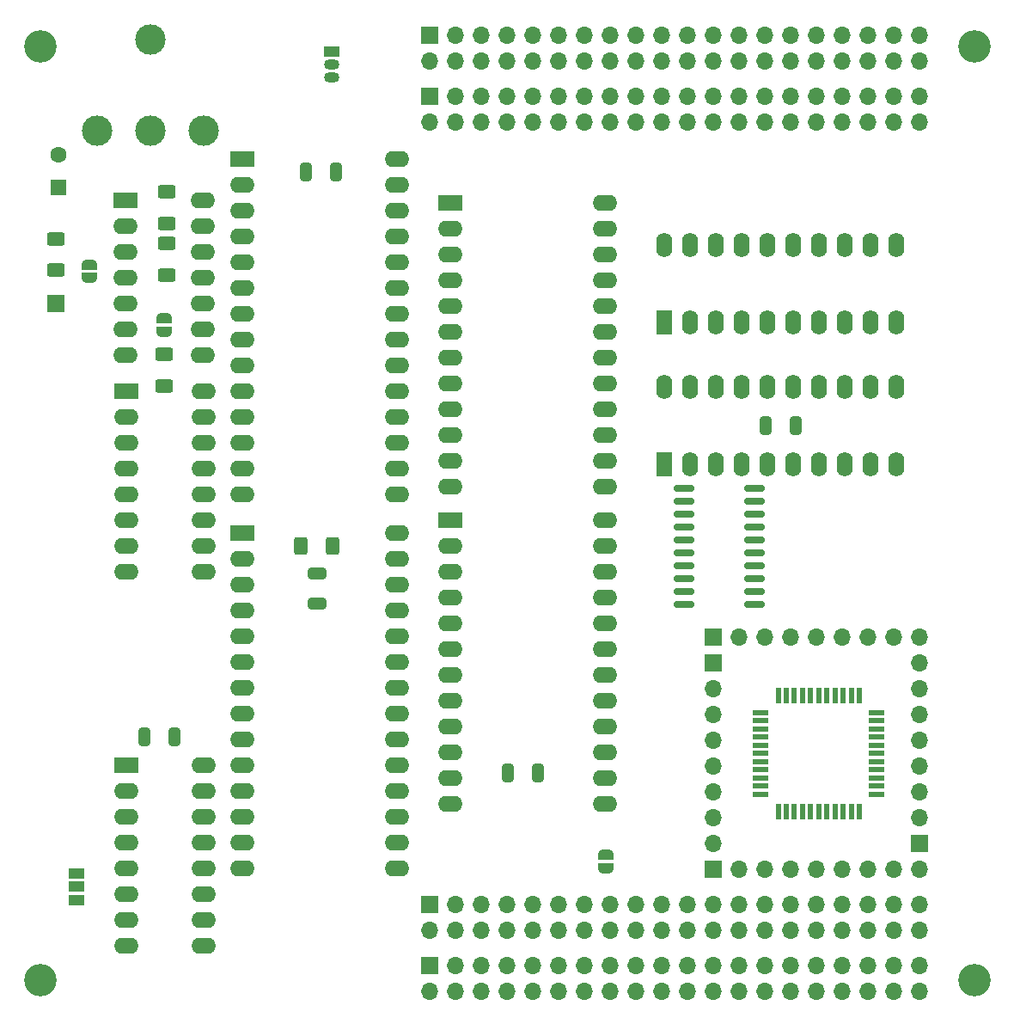
<source format=gbr>
%TF.GenerationSoftware,KiCad,Pcbnew,7.0.5-7.0.5~ubuntu20.04.1*%
%TF.CreationDate,2023-07-18T19:18:07+02:00*%
%TF.ProjectId,UC2_synertek_KTM2,5543325f-7379-46e6-9572-74656b5f4b54,rev?*%
%TF.SameCoordinates,Original*%
%TF.FileFunction,Soldermask,Top*%
%TF.FilePolarity,Negative*%
%FSLAX46Y46*%
G04 Gerber Fmt 4.6, Leading zero omitted, Abs format (unit mm)*
G04 Created by KiCad (PCBNEW 7.0.5-7.0.5~ubuntu20.04.1) date 2023-07-18 19:18:07*
%MOMM*%
%LPD*%
G01*
G04 APERTURE LIST*
G04 Aperture macros list*
%AMRoundRect*
0 Rectangle with rounded corners*
0 $1 Rounding radius*
0 $2 $3 $4 $5 $6 $7 $8 $9 X,Y pos of 4 corners*
0 Add a 4 corners polygon primitive as box body*
4,1,4,$2,$3,$4,$5,$6,$7,$8,$9,$2,$3,0*
0 Add four circle primitives for the rounded corners*
1,1,$1+$1,$2,$3*
1,1,$1+$1,$4,$5*
1,1,$1+$1,$6,$7*
1,1,$1+$1,$8,$9*
0 Add four rect primitives between the rounded corners*
20,1,$1+$1,$2,$3,$4,$5,0*
20,1,$1+$1,$4,$5,$6,$7,0*
20,1,$1+$1,$6,$7,$8,$9,0*
20,1,$1+$1,$8,$9,$2,$3,0*%
%AMFreePoly0*
4,1,19,0.500000,-0.750000,0.000000,-0.750000,0.000000,-0.744911,-0.071157,-0.744911,-0.207708,-0.704816,-0.327430,-0.627875,-0.420627,-0.520320,-0.479746,-0.390866,-0.500000,-0.250000,-0.500000,0.250000,-0.479746,0.390866,-0.420627,0.520320,-0.327430,0.627875,-0.207708,0.704816,-0.071157,0.744911,0.000000,0.744911,0.000000,0.750000,0.500000,0.750000,0.500000,-0.750000,0.500000,-0.750000,
$1*%
%AMFreePoly1*
4,1,19,0.000000,0.744911,0.071157,0.744911,0.207708,0.704816,0.327430,0.627875,0.420627,0.520320,0.479746,0.390866,0.500000,0.250000,0.500000,-0.250000,0.479746,-0.390866,0.420627,-0.520320,0.327430,-0.627875,0.207708,-0.704816,0.071157,-0.744911,0.000000,-0.744911,0.000000,-0.750000,-0.500000,-0.750000,-0.500000,0.750000,0.000000,0.750000,0.000000,0.744911,0.000000,0.744911,
$1*%
G04 Aperture macros list end*
%ADD10R,1.700000X1.700000*%
%ADD11O,1.700000X1.700000*%
%ADD12FreePoly0,270.000000*%
%ADD13FreePoly1,270.000000*%
%ADD14RoundRect,0.150000X-0.837500X-0.150000X0.837500X-0.150000X0.837500X0.150000X-0.837500X0.150000X0*%
%ADD15RoundRect,0.250000X-0.650000X0.325000X-0.650000X-0.325000X0.650000X-0.325000X0.650000X0.325000X0*%
%ADD16R,1.500000X1.050000*%
%ADD17O,1.500000X1.050000*%
%ADD18R,1.600000X1.600000*%
%ADD19C,1.600000*%
%ADD20RoundRect,0.250000X0.400000X0.625000X-0.400000X0.625000X-0.400000X-0.625000X0.400000X-0.625000X0*%
%ADD21RoundRect,0.250000X-0.625000X0.400000X-0.625000X-0.400000X0.625000X-0.400000X0.625000X0.400000X0*%
%ADD22RoundRect,0.250000X-0.325000X-0.650000X0.325000X-0.650000X0.325000X0.650000X-0.325000X0.650000X0*%
%ADD23R,1.600000X2.400000*%
%ADD24O,1.600000X2.400000*%
%ADD25R,1.500000X1.000000*%
%ADD26R,2.400000X1.600000*%
%ADD27O,2.400000X1.600000*%
%ADD28RoundRect,0.250000X0.325000X0.650000X-0.325000X0.650000X-0.325000X-0.650000X0.325000X-0.650000X0*%
%ADD29C,3.000000*%
%ADD30RoundRect,0.250000X0.625000X-0.400000X0.625000X0.400000X-0.625000X0.400000X-0.625000X-0.400000X0*%
%ADD31C,3.200000*%
%ADD32FreePoly0,90.000000*%
%ADD33FreePoly1,90.000000*%
%ADD34R,0.550000X1.500000*%
%ADD35R,1.500000X0.550000*%
G04 APERTURE END LIST*
D10*
%TO.C,J3*%
X139700000Y-54303005D03*
D11*
X139700000Y-56843005D03*
X142240000Y-54303005D03*
X142240000Y-56843005D03*
X144780000Y-54303005D03*
X144780000Y-56843005D03*
X147320000Y-54303005D03*
X147320000Y-56843005D03*
X149860000Y-54303005D03*
X149860000Y-56843005D03*
X152400000Y-54303005D03*
X152400000Y-56843005D03*
X154940000Y-54303005D03*
X154940000Y-56843005D03*
X157480000Y-54303005D03*
X157480000Y-56843005D03*
X160020000Y-54303005D03*
X160020000Y-56843005D03*
X162560000Y-54303005D03*
X162560000Y-56843005D03*
X165100000Y-54303005D03*
X165100000Y-56843005D03*
X167640000Y-54303005D03*
X167640000Y-56843005D03*
X170180000Y-54303005D03*
X170180000Y-56843005D03*
X172720000Y-54303005D03*
X172720000Y-56843005D03*
X175260000Y-54303005D03*
X175260000Y-56843005D03*
X177800000Y-54303005D03*
X177800000Y-56843005D03*
X180340000Y-54303005D03*
X180340000Y-56843005D03*
X182880000Y-54303005D03*
X182880000Y-56843005D03*
X185420000Y-54303005D03*
X185420000Y-56843005D03*
X187960000Y-54303005D03*
X187960000Y-56843005D03*
%TD*%
D12*
%TO.C,JP21*%
X157073600Y-128991600D03*
D13*
X157073600Y-130291600D03*
%TD*%
D10*
%TO.C,J8*%
X167640000Y-130389005D03*
D11*
X170180000Y-130389005D03*
X172720000Y-130389005D03*
X175260000Y-130389005D03*
X177800000Y-130389005D03*
X180340000Y-130389005D03*
X182880000Y-130389005D03*
X185420000Y-130389005D03*
X187960000Y-130389005D03*
%TD*%
D14*
%TO.C,U4*%
X164736300Y-92913200D03*
X164736300Y-94183200D03*
X164736300Y-95453200D03*
X164736300Y-96723200D03*
X164736300Y-97993200D03*
X164736300Y-99263200D03*
X164736300Y-100533200D03*
X164736300Y-101803200D03*
X164736300Y-103073200D03*
X164736300Y-104343200D03*
X171661300Y-104343200D03*
X171661300Y-103073200D03*
X171661300Y-101803200D03*
X171661300Y-100533200D03*
X171661300Y-99263200D03*
X171661300Y-97993200D03*
X171661300Y-96723200D03*
X171661300Y-95453200D03*
X171661300Y-94183200D03*
X171661300Y-92913200D03*
%TD*%
D10*
%TO.C,J1*%
X139700000Y-48303005D03*
D11*
X139700000Y-50843005D03*
X142240000Y-48303005D03*
X142240000Y-50843005D03*
X144780000Y-48303005D03*
X144780000Y-50843005D03*
X147320000Y-48303005D03*
X147320000Y-50843005D03*
X149860000Y-48303005D03*
X149860000Y-50843005D03*
X152400000Y-48303005D03*
X152400000Y-50843005D03*
X154940000Y-48303005D03*
X154940000Y-50843005D03*
X157480000Y-48303005D03*
X157480000Y-50843005D03*
X160020000Y-48303005D03*
X160020000Y-50843005D03*
X162560000Y-48303005D03*
X162560000Y-50843005D03*
X165100000Y-48303005D03*
X165100000Y-50843005D03*
X167640000Y-48303005D03*
X167640000Y-50843005D03*
X170180000Y-48303005D03*
X170180000Y-50843005D03*
X172720000Y-48303005D03*
X172720000Y-50843005D03*
X175260000Y-48303005D03*
X175260000Y-50843005D03*
X177800000Y-48303005D03*
X177800000Y-50843005D03*
X180340000Y-48303005D03*
X180340000Y-50843005D03*
X182880000Y-48303005D03*
X182880000Y-50843005D03*
X185420000Y-48303005D03*
X185420000Y-50843005D03*
X187960000Y-48303005D03*
X187960000Y-50843005D03*
%TD*%
D15*
%TO.C,C5*%
X128593800Y-101266200D03*
X128593800Y-104216200D03*
%TD*%
D16*
%TO.C,Q1*%
X130054400Y-49885600D03*
D17*
X130054400Y-51155600D03*
X130054400Y-52425600D03*
%TD*%
D18*
%TO.C,LS1*%
X103124000Y-63246000D03*
D19*
X103124000Y-60046000D03*
%TD*%
D20*
%TO.C,R6*%
X130100000Y-98552000D03*
X127000000Y-98552000D03*
%TD*%
D21*
%TO.C,R17*%
X113792000Y-68782000D03*
X113792000Y-71882000D03*
%TD*%
D10*
%TO.C,J5*%
X167640000Y-107529005D03*
D11*
X170180000Y-107529005D03*
X172720000Y-107529005D03*
X175260000Y-107529005D03*
X177800000Y-107529005D03*
X180340000Y-107529005D03*
X182880000Y-107529005D03*
X185420000Y-107529005D03*
X187960000Y-107529005D03*
%TD*%
D10*
%TO.C,J4*%
X139700000Y-133849005D03*
D11*
X139700000Y-136389005D03*
X142240000Y-133849005D03*
X142240000Y-136389005D03*
X144780000Y-133849005D03*
X144780000Y-136389005D03*
X147320000Y-133849005D03*
X147320000Y-136389005D03*
X149860000Y-133849005D03*
X149860000Y-136389005D03*
X152400000Y-133849005D03*
X152400000Y-136389005D03*
X154940000Y-133849005D03*
X154940000Y-136389005D03*
X157480000Y-133849005D03*
X157480000Y-136389005D03*
X160020000Y-133849005D03*
X160020000Y-136389005D03*
X162560000Y-133849005D03*
X162560000Y-136389005D03*
X165100000Y-133849005D03*
X165100000Y-136389005D03*
X167640000Y-133849005D03*
X167640000Y-136389005D03*
X170180000Y-133849005D03*
X170180000Y-136389005D03*
X172720000Y-133849005D03*
X172720000Y-136389005D03*
X175260000Y-133849005D03*
X175260000Y-136389005D03*
X177800000Y-133849005D03*
X177800000Y-136389005D03*
X180340000Y-133849005D03*
X180340000Y-136389005D03*
X182880000Y-133849005D03*
X182880000Y-136389005D03*
X185420000Y-133849005D03*
X185420000Y-136389005D03*
X187960000Y-133849005D03*
X187960000Y-136389005D03*
%TD*%
D21*
%TO.C,R1*%
X102870000Y-68326000D03*
X102870000Y-71426000D03*
%TD*%
D22*
%TO.C,C4*%
X172770400Y-86700600D03*
X175720400Y-86700600D03*
%TD*%
D23*
%TO.C,U9*%
X162820400Y-90525600D03*
D24*
X165360400Y-90525600D03*
X167900400Y-90525600D03*
X170440400Y-90525600D03*
X172980400Y-90525600D03*
X175520400Y-90525600D03*
X178060400Y-90525600D03*
X180600400Y-90525600D03*
X183140400Y-90525600D03*
X185680400Y-90525600D03*
X185680400Y-82905600D03*
X183140400Y-82905600D03*
X180600400Y-82905600D03*
X178060400Y-82905600D03*
X175520400Y-82905600D03*
X172980400Y-82905600D03*
X170440400Y-82905600D03*
X167900400Y-82905600D03*
X165360400Y-82905600D03*
X162820400Y-82905600D03*
%TD*%
D25*
%TO.C,JP6*%
X104902000Y-130810000D03*
X104902000Y-132110000D03*
X104902000Y-133410000D03*
%TD*%
D26*
%TO.C,U7*%
X109798000Y-83312000D03*
D27*
X109798000Y-85852000D03*
X109798000Y-88392000D03*
X109798000Y-90932000D03*
X109798000Y-93472000D03*
X109798000Y-96012000D03*
X109798000Y-98552000D03*
X109798000Y-101092000D03*
X117418000Y-101092000D03*
X117418000Y-98552000D03*
X117418000Y-96012000D03*
X117418000Y-93472000D03*
X117418000Y-90932000D03*
X117418000Y-88392000D03*
X117418000Y-85852000D03*
X117418000Y-83312000D03*
%TD*%
D28*
%TO.C,C6*%
X130458000Y-61722000D03*
X127508000Y-61722000D03*
%TD*%
D26*
%TO.C,U8*%
X121228000Y-60452000D03*
D27*
X121228000Y-62992000D03*
X121228000Y-65532000D03*
X121228000Y-68072000D03*
X121228000Y-70612000D03*
X121228000Y-73152000D03*
X121228000Y-75692000D03*
X121228000Y-78232000D03*
X121228000Y-80772000D03*
X121228000Y-83312000D03*
X121228000Y-85852000D03*
X121228000Y-88392000D03*
X121228000Y-90932000D03*
X121228000Y-93472000D03*
X136468000Y-93472000D03*
X136468000Y-90932000D03*
X136468000Y-88392000D03*
X136468000Y-85852000D03*
X136468000Y-83312000D03*
X136468000Y-80772000D03*
X136468000Y-78232000D03*
X136468000Y-75692000D03*
X136468000Y-73152000D03*
X136468000Y-70612000D03*
X136468000Y-68072000D03*
X136468000Y-65532000D03*
X136468000Y-62992000D03*
X136468000Y-60452000D03*
%TD*%
D29*
%TO.C,J20*%
X112184000Y-57658000D03*
X117434000Y-57658000D03*
X112184000Y-48658000D03*
X106934000Y-57658000D03*
%TD*%
D30*
%TO.C,R8*%
X113538000Y-82804000D03*
X113538000Y-79704000D03*
%TD*%
D10*
%TO.C,J2*%
X139700000Y-139849005D03*
D11*
X139700000Y-142389005D03*
X142240000Y-139849005D03*
X142240000Y-142389005D03*
X144780000Y-139849005D03*
X144780000Y-142389005D03*
X147320000Y-139849005D03*
X147320000Y-142389005D03*
X149860000Y-139849005D03*
X149860000Y-142389005D03*
X152400000Y-139849005D03*
X152400000Y-142389005D03*
X154940000Y-139849005D03*
X154940000Y-142389005D03*
X157480000Y-139849005D03*
X157480000Y-142389005D03*
X160020000Y-139849005D03*
X160020000Y-142389005D03*
X162560000Y-139849005D03*
X162560000Y-142389005D03*
X165100000Y-139849005D03*
X165100000Y-142389005D03*
X167640000Y-139849005D03*
X167640000Y-142389005D03*
X170180000Y-139849005D03*
X170180000Y-142389005D03*
X172720000Y-139849005D03*
X172720000Y-142389005D03*
X175260000Y-139849005D03*
X175260000Y-142389005D03*
X177800000Y-139849005D03*
X177800000Y-142389005D03*
X180340000Y-139849005D03*
X180340000Y-142389005D03*
X182880000Y-139849005D03*
X182880000Y-142389005D03*
X185420000Y-139849005D03*
X185420000Y-142389005D03*
X187960000Y-139849005D03*
X187960000Y-142389005D03*
%TD*%
D10*
%TO.C,J6*%
X187960000Y-127849005D03*
D11*
X187960000Y-125309005D03*
X187960000Y-122769005D03*
X187960000Y-120229005D03*
X187960000Y-117689005D03*
X187960000Y-115149005D03*
X187960000Y-112609005D03*
X187960000Y-110069005D03*
%TD*%
D28*
%TO.C,C10*%
X150319000Y-120904000D03*
X147369000Y-120904000D03*
%TD*%
D26*
%TO.C,U11*%
X141732000Y-96012000D03*
D27*
X141732000Y-98552000D03*
X141732000Y-101092000D03*
X141732000Y-103632000D03*
X141732000Y-106172000D03*
X141732000Y-108712000D03*
X141732000Y-111252000D03*
X141732000Y-113792000D03*
X141732000Y-116332000D03*
X141732000Y-118872000D03*
X141732000Y-121412000D03*
X141732000Y-123952000D03*
X156972000Y-123952000D03*
X156972000Y-121412000D03*
X156972000Y-118872000D03*
X156972000Y-116332000D03*
X156972000Y-113792000D03*
X156972000Y-111252000D03*
X156972000Y-108712000D03*
X156972000Y-106172000D03*
X156972000Y-103632000D03*
X156972000Y-101092000D03*
X156972000Y-98552000D03*
X156972000Y-96012000D03*
%TD*%
D31*
%TO.C,H3*%
X193340000Y-49346005D03*
%TD*%
D26*
%TO.C,U10*%
X109830496Y-120170183D03*
D27*
X109830496Y-122710183D03*
X109830496Y-125250183D03*
X109830496Y-127790183D03*
X109830496Y-130330183D03*
X109830496Y-132870183D03*
X109830496Y-135410183D03*
X109830496Y-137950183D03*
X117450496Y-137950183D03*
X117450496Y-135410183D03*
X117450496Y-132870183D03*
X117450496Y-130330183D03*
X117450496Y-127790183D03*
X117450496Y-125250183D03*
X117450496Y-122710183D03*
X117450496Y-120170183D03*
%TD*%
D26*
%TO.C,U12*%
X121228000Y-97282000D03*
D27*
X121228000Y-99822000D03*
X121228000Y-102362000D03*
X121228000Y-104902000D03*
X121228000Y-107442000D03*
X121228000Y-109982000D03*
X121228000Y-112522000D03*
X121228000Y-115062000D03*
X121228000Y-117602000D03*
X121228000Y-120142000D03*
X121228000Y-122682000D03*
X121228000Y-125222000D03*
X121228000Y-127762000D03*
X121228000Y-130302000D03*
X136468000Y-130302000D03*
X136468000Y-127762000D03*
X136468000Y-125222000D03*
X136468000Y-122682000D03*
X136468000Y-120142000D03*
X136468000Y-117602000D03*
X136468000Y-115062000D03*
X136468000Y-112522000D03*
X136468000Y-109982000D03*
X136468000Y-107442000D03*
X136468000Y-104902000D03*
X136468000Y-102362000D03*
X136468000Y-99822000D03*
X136468000Y-97282000D03*
%TD*%
D23*
%TO.C,U3*%
X162820400Y-76555600D03*
D24*
X165360400Y-76555600D03*
X167900400Y-76555600D03*
X170440400Y-76555600D03*
X172980400Y-76555600D03*
X175520400Y-76555600D03*
X178060400Y-76555600D03*
X180600400Y-76555600D03*
X183140400Y-76555600D03*
X185680400Y-76555600D03*
X185680400Y-68935600D03*
X183140400Y-68935600D03*
X180600400Y-68935600D03*
X178060400Y-68935600D03*
X175520400Y-68935600D03*
X172980400Y-68935600D03*
X170440400Y-68935600D03*
X167900400Y-68935600D03*
X165360400Y-68935600D03*
X162820400Y-68935600D03*
%TD*%
D21*
%TO.C,R20*%
X113792000Y-63702000D03*
X113792000Y-66802000D03*
%TD*%
D10*
%TO.C,J7*%
X167640000Y-110069005D03*
D11*
X167640000Y-112609005D03*
X167640000Y-115149005D03*
X167640000Y-117689005D03*
X167640000Y-120229005D03*
X167640000Y-122769005D03*
X167640000Y-125309005D03*
X167640000Y-127849005D03*
%TD*%
D26*
%TO.C,U2*%
X109728000Y-64516000D03*
D27*
X109728000Y-67056000D03*
X109728000Y-69596000D03*
X109728000Y-72136000D03*
X109728000Y-74676000D03*
X109728000Y-77216000D03*
X109728000Y-79756000D03*
X117348000Y-79756000D03*
X117348000Y-77216000D03*
X117348000Y-74676000D03*
X117348000Y-72136000D03*
X117348000Y-69596000D03*
X117348000Y-67056000D03*
X117348000Y-64516000D03*
%TD*%
D10*
%TO.C,J9*%
X102870000Y-74676000D03*
%TD*%
D32*
%TO.C,JP3*%
X113538000Y-77470000D03*
D33*
X113538000Y-76170000D03*
%TD*%
D26*
%TO.C,U6*%
X141732000Y-64770000D03*
D27*
X141732000Y-67310000D03*
X141732000Y-69850000D03*
X141732000Y-72390000D03*
X141732000Y-74930000D03*
X141732000Y-77470000D03*
X141732000Y-80010000D03*
X141732000Y-82550000D03*
X141732000Y-85090000D03*
X141732000Y-87630000D03*
X141732000Y-90170000D03*
X141732000Y-92710000D03*
X156972000Y-92710000D03*
X156972000Y-90170000D03*
X156972000Y-87630000D03*
X156972000Y-85090000D03*
X156972000Y-82550000D03*
X156972000Y-80010000D03*
X156972000Y-77470000D03*
X156972000Y-74930000D03*
X156972000Y-72390000D03*
X156972000Y-69850000D03*
X156972000Y-67310000D03*
X156972000Y-64770000D03*
%TD*%
D31*
%TO.C,H1*%
X101340000Y-49346005D03*
%TD*%
D34*
%TO.C,U1*%
X174029000Y-124694805D03*
X174829000Y-124694805D03*
X175629000Y-124694805D03*
X176429000Y-124694805D03*
X177229000Y-124694805D03*
X178029000Y-124694805D03*
X178829000Y-124694805D03*
X179629000Y-124694805D03*
X180429000Y-124694805D03*
X181229000Y-124694805D03*
X182029000Y-124694805D03*
D35*
X183729000Y-122994805D03*
X183729000Y-122194805D03*
X183729000Y-121394805D03*
X183729000Y-120594805D03*
X183729000Y-119794805D03*
X183729000Y-118994805D03*
X183729000Y-118194805D03*
X183729000Y-117394805D03*
X183729000Y-116594805D03*
X183729000Y-115794805D03*
X183729000Y-114994805D03*
D34*
X182029000Y-113294805D03*
X181229000Y-113294805D03*
X180429000Y-113294805D03*
X179629000Y-113294805D03*
X178829000Y-113294805D03*
X178029000Y-113294805D03*
X177229000Y-113294805D03*
X176429000Y-113294805D03*
X175629000Y-113294805D03*
X174829000Y-113294805D03*
X174029000Y-113294805D03*
D35*
X172329000Y-114994805D03*
X172329000Y-115794805D03*
X172329000Y-116594805D03*
X172329000Y-117394805D03*
X172329000Y-118194805D03*
X172329000Y-118994805D03*
X172329000Y-119794805D03*
X172329000Y-120594805D03*
X172329000Y-121394805D03*
X172329000Y-122194805D03*
X172329000Y-122994805D03*
%TD*%
D32*
%TO.C,JP2*%
X106172000Y-72166000D03*
D33*
X106172000Y-70866000D03*
%TD*%
D28*
%TO.C,C1*%
X114555800Y-117348000D03*
X111605800Y-117348000D03*
%TD*%
D31*
%TO.C,H2*%
X101340000Y-141346005D03*
%TD*%
%TO.C,H4*%
X193340000Y-141346005D03*
%TD*%
M02*

</source>
